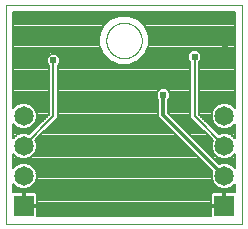
<source format=gbl>
G75*
%MOIN*%
%OFA0B0*%
%FSLAX25Y25*%
%IPPOS*%
%LPD*%
%AMOC8*
5,1,8,0,0,1.08239X$1,22.5*
%
%ADD10C,0.00000*%
%ADD11R,0.06500X0.06500*%
%ADD12C,0.06500*%
%ADD13C,0.00700*%
%ADD14C,0.02400*%
%ADD15C,0.00800*%
%ADD16C,0.01200*%
D10*
X0001750Y0001350D02*
X0001750Y0074185D01*
X0080490Y0074185D01*
X0080490Y0001350D01*
X0001750Y0001350D01*
X0035214Y0062374D02*
X0035216Y0062527D01*
X0035222Y0062681D01*
X0035232Y0062834D01*
X0035246Y0062986D01*
X0035264Y0063139D01*
X0035286Y0063290D01*
X0035311Y0063441D01*
X0035341Y0063592D01*
X0035375Y0063742D01*
X0035412Y0063890D01*
X0035453Y0064038D01*
X0035498Y0064184D01*
X0035547Y0064330D01*
X0035600Y0064474D01*
X0035656Y0064616D01*
X0035716Y0064757D01*
X0035780Y0064897D01*
X0035847Y0065035D01*
X0035918Y0065171D01*
X0035993Y0065305D01*
X0036070Y0065437D01*
X0036152Y0065567D01*
X0036236Y0065695D01*
X0036324Y0065821D01*
X0036415Y0065944D01*
X0036509Y0066065D01*
X0036607Y0066183D01*
X0036707Y0066299D01*
X0036811Y0066412D01*
X0036917Y0066523D01*
X0037026Y0066631D01*
X0037138Y0066736D01*
X0037252Y0066837D01*
X0037370Y0066936D01*
X0037489Y0067032D01*
X0037611Y0067125D01*
X0037736Y0067214D01*
X0037863Y0067301D01*
X0037992Y0067383D01*
X0038123Y0067463D01*
X0038256Y0067539D01*
X0038391Y0067612D01*
X0038528Y0067681D01*
X0038667Y0067746D01*
X0038807Y0067808D01*
X0038949Y0067866D01*
X0039092Y0067921D01*
X0039237Y0067972D01*
X0039383Y0068019D01*
X0039530Y0068062D01*
X0039678Y0068101D01*
X0039827Y0068137D01*
X0039977Y0068168D01*
X0040128Y0068196D01*
X0040279Y0068220D01*
X0040432Y0068240D01*
X0040584Y0068256D01*
X0040737Y0068268D01*
X0040890Y0068276D01*
X0041043Y0068280D01*
X0041197Y0068280D01*
X0041350Y0068276D01*
X0041503Y0068268D01*
X0041656Y0068256D01*
X0041808Y0068240D01*
X0041961Y0068220D01*
X0042112Y0068196D01*
X0042263Y0068168D01*
X0042413Y0068137D01*
X0042562Y0068101D01*
X0042710Y0068062D01*
X0042857Y0068019D01*
X0043003Y0067972D01*
X0043148Y0067921D01*
X0043291Y0067866D01*
X0043433Y0067808D01*
X0043573Y0067746D01*
X0043712Y0067681D01*
X0043849Y0067612D01*
X0043984Y0067539D01*
X0044117Y0067463D01*
X0044248Y0067383D01*
X0044377Y0067301D01*
X0044504Y0067214D01*
X0044629Y0067125D01*
X0044751Y0067032D01*
X0044870Y0066936D01*
X0044988Y0066837D01*
X0045102Y0066736D01*
X0045214Y0066631D01*
X0045323Y0066523D01*
X0045429Y0066412D01*
X0045533Y0066299D01*
X0045633Y0066183D01*
X0045731Y0066065D01*
X0045825Y0065944D01*
X0045916Y0065821D01*
X0046004Y0065695D01*
X0046088Y0065567D01*
X0046170Y0065437D01*
X0046247Y0065305D01*
X0046322Y0065171D01*
X0046393Y0065035D01*
X0046460Y0064897D01*
X0046524Y0064757D01*
X0046584Y0064616D01*
X0046640Y0064474D01*
X0046693Y0064330D01*
X0046742Y0064184D01*
X0046787Y0064038D01*
X0046828Y0063890D01*
X0046865Y0063742D01*
X0046899Y0063592D01*
X0046929Y0063441D01*
X0046954Y0063290D01*
X0046976Y0063139D01*
X0046994Y0062986D01*
X0047008Y0062834D01*
X0047018Y0062681D01*
X0047024Y0062527D01*
X0047026Y0062374D01*
X0047024Y0062221D01*
X0047018Y0062067D01*
X0047008Y0061914D01*
X0046994Y0061762D01*
X0046976Y0061609D01*
X0046954Y0061458D01*
X0046929Y0061307D01*
X0046899Y0061156D01*
X0046865Y0061006D01*
X0046828Y0060858D01*
X0046787Y0060710D01*
X0046742Y0060564D01*
X0046693Y0060418D01*
X0046640Y0060274D01*
X0046584Y0060132D01*
X0046524Y0059991D01*
X0046460Y0059851D01*
X0046393Y0059713D01*
X0046322Y0059577D01*
X0046247Y0059443D01*
X0046170Y0059311D01*
X0046088Y0059181D01*
X0046004Y0059053D01*
X0045916Y0058927D01*
X0045825Y0058804D01*
X0045731Y0058683D01*
X0045633Y0058565D01*
X0045533Y0058449D01*
X0045429Y0058336D01*
X0045323Y0058225D01*
X0045214Y0058117D01*
X0045102Y0058012D01*
X0044988Y0057911D01*
X0044870Y0057812D01*
X0044751Y0057716D01*
X0044629Y0057623D01*
X0044504Y0057534D01*
X0044377Y0057447D01*
X0044248Y0057365D01*
X0044117Y0057285D01*
X0043984Y0057209D01*
X0043849Y0057136D01*
X0043712Y0057067D01*
X0043573Y0057002D01*
X0043433Y0056940D01*
X0043291Y0056882D01*
X0043148Y0056827D01*
X0043003Y0056776D01*
X0042857Y0056729D01*
X0042710Y0056686D01*
X0042562Y0056647D01*
X0042413Y0056611D01*
X0042263Y0056580D01*
X0042112Y0056552D01*
X0041961Y0056528D01*
X0041808Y0056508D01*
X0041656Y0056492D01*
X0041503Y0056480D01*
X0041350Y0056472D01*
X0041197Y0056468D01*
X0041043Y0056468D01*
X0040890Y0056472D01*
X0040737Y0056480D01*
X0040584Y0056492D01*
X0040432Y0056508D01*
X0040279Y0056528D01*
X0040128Y0056552D01*
X0039977Y0056580D01*
X0039827Y0056611D01*
X0039678Y0056647D01*
X0039530Y0056686D01*
X0039383Y0056729D01*
X0039237Y0056776D01*
X0039092Y0056827D01*
X0038949Y0056882D01*
X0038807Y0056940D01*
X0038667Y0057002D01*
X0038528Y0057067D01*
X0038391Y0057136D01*
X0038256Y0057209D01*
X0038123Y0057285D01*
X0037992Y0057365D01*
X0037863Y0057447D01*
X0037736Y0057534D01*
X0037611Y0057623D01*
X0037489Y0057716D01*
X0037370Y0057812D01*
X0037252Y0057911D01*
X0037138Y0058012D01*
X0037026Y0058117D01*
X0036917Y0058225D01*
X0036811Y0058336D01*
X0036707Y0058449D01*
X0036607Y0058565D01*
X0036509Y0058683D01*
X0036415Y0058804D01*
X0036324Y0058927D01*
X0036236Y0059053D01*
X0036152Y0059181D01*
X0036070Y0059311D01*
X0035993Y0059443D01*
X0035918Y0059577D01*
X0035847Y0059713D01*
X0035780Y0059851D01*
X0035716Y0059991D01*
X0035656Y0060132D01*
X0035600Y0060274D01*
X0035547Y0060418D01*
X0035498Y0060564D01*
X0035453Y0060710D01*
X0035412Y0060858D01*
X0035375Y0061006D01*
X0035341Y0061156D01*
X0035311Y0061307D01*
X0035286Y0061458D01*
X0035264Y0061609D01*
X0035246Y0061762D01*
X0035232Y0061914D01*
X0035222Y0062067D01*
X0035216Y0062221D01*
X0035214Y0062374D01*
D11*
X0007656Y0007216D03*
X0074585Y0007216D03*
D12*
X0074585Y0017216D03*
X0074585Y0027216D03*
X0074585Y0037216D03*
X0007656Y0037216D03*
X0007656Y0027216D03*
X0007656Y0017216D03*
D13*
X0004568Y0020210D02*
X0004100Y0020210D01*
X0004100Y0019742D02*
X0004100Y0024691D01*
X0005220Y0023571D01*
X0006800Y0022916D01*
X0008511Y0022916D01*
X0010091Y0023571D01*
X0011301Y0024780D01*
X0011955Y0026361D01*
X0011955Y0028071D01*
X0011547Y0029057D01*
X0019000Y0036510D01*
X0019000Y0054018D01*
X0019800Y0054818D01*
X0019800Y0056682D01*
X0018482Y0058000D01*
X0016618Y0058000D01*
X0015300Y0056682D01*
X0015300Y0054818D01*
X0016100Y0054018D01*
X0016100Y0037711D01*
X0009497Y0031108D01*
X0008511Y0031516D01*
X0006800Y0031516D01*
X0005220Y0030861D01*
X0004100Y0029742D01*
X0004100Y0034691D01*
X0005220Y0033571D01*
X0006800Y0032916D01*
X0008511Y0032916D01*
X0010091Y0033571D01*
X0011301Y0034780D01*
X0011955Y0036361D01*
X0011955Y0038071D01*
X0011301Y0039652D01*
X0010091Y0040861D01*
X0008511Y0041516D01*
X0006800Y0041516D01*
X0005220Y0040861D01*
X0004100Y0039742D01*
X0004100Y0071835D01*
X0078140Y0071835D01*
X0078140Y0039742D01*
X0077020Y0040861D01*
X0075440Y0041516D01*
X0073729Y0041516D01*
X0072149Y0040861D01*
X0070939Y0039652D01*
X0070285Y0038071D01*
X0070285Y0036361D01*
X0070939Y0034780D01*
X0072149Y0033571D01*
X0073729Y0032916D01*
X0075440Y0032916D01*
X0077020Y0033571D01*
X0078140Y0034691D01*
X0078140Y0029742D01*
X0077020Y0030861D01*
X0075440Y0031516D01*
X0073729Y0031516D01*
X0072744Y0031108D01*
X0066100Y0037751D01*
X0066100Y0055118D01*
X0066900Y0055918D01*
X0066900Y0057782D01*
X0065582Y0059100D01*
X0063718Y0059100D01*
X0062400Y0057782D01*
X0062400Y0055918D01*
X0063200Y0055118D01*
X0063200Y0036550D01*
X0070693Y0029057D01*
X0070285Y0028071D01*
X0070285Y0026361D01*
X0070939Y0024780D01*
X0072149Y0023571D01*
X0073729Y0022916D01*
X0075440Y0022916D01*
X0077020Y0023571D01*
X0078140Y0024691D01*
X0078140Y0019742D01*
X0077020Y0020861D01*
X0075440Y0021516D01*
X0073729Y0021516D01*
X0072944Y0021191D01*
X0061850Y0032284D01*
X0055900Y0038234D01*
X0055900Y0042618D01*
X0056500Y0043218D01*
X0056500Y0045082D01*
X0055182Y0046400D01*
X0053318Y0046400D01*
X0052000Y0045082D01*
X0052000Y0043218D01*
X0052600Y0042618D01*
X0052600Y0036867D01*
X0059517Y0029950D01*
X0070610Y0018857D01*
X0070285Y0018071D01*
X0070285Y0016361D01*
X0070939Y0014780D01*
X0072149Y0013571D01*
X0073729Y0012916D01*
X0075440Y0012916D01*
X0077020Y0013571D01*
X0078140Y0014691D01*
X0078140Y0011782D01*
X0078012Y0011816D01*
X0074935Y0011816D01*
X0074935Y0007566D01*
X0074235Y0007566D01*
X0074235Y0011816D01*
X0071157Y0011816D01*
X0070814Y0011724D01*
X0070506Y0011546D01*
X0070254Y0011295D01*
X0070077Y0010987D01*
X0069985Y0010644D01*
X0069985Y0007566D01*
X0074235Y0007566D01*
X0074235Y0006866D01*
X0069985Y0006866D01*
X0069985Y0003788D01*
X0070008Y0003700D01*
X0012232Y0003700D01*
X0012255Y0003788D01*
X0012255Y0006866D01*
X0008006Y0006866D01*
X0008006Y0007566D01*
X0012255Y0007566D01*
X0012255Y0010644D01*
X0012163Y0010987D01*
X0011986Y0011295D01*
X0011734Y0011546D01*
X0011427Y0011724D01*
X0011083Y0011816D01*
X0008005Y0011816D01*
X0008005Y0007566D01*
X0007306Y0007566D01*
X0007306Y0011816D01*
X0004228Y0011816D01*
X0004100Y0011782D01*
X0004100Y0014691D01*
X0005220Y0013571D01*
X0006800Y0012916D01*
X0008511Y0012916D01*
X0010091Y0013571D01*
X0011301Y0014780D01*
X0011955Y0016361D01*
X0011955Y0018071D01*
X0011301Y0019652D01*
X0010091Y0020861D01*
X0008511Y0021516D01*
X0006800Y0021516D01*
X0005220Y0020861D01*
X0004100Y0019742D01*
X0004100Y0020908D02*
X0005333Y0020908D01*
X0004100Y0021607D02*
X0067860Y0021607D01*
X0067162Y0022305D02*
X0004100Y0022305D01*
X0004100Y0023004D02*
X0006588Y0023004D01*
X0005088Y0023702D02*
X0004100Y0023702D01*
X0004100Y0024401D02*
X0004390Y0024401D01*
X0008723Y0023004D02*
X0066463Y0023004D01*
X0065765Y0023702D02*
X0010223Y0023702D01*
X0010921Y0024401D02*
X0065066Y0024401D01*
X0064368Y0025099D02*
X0011433Y0025099D01*
X0011722Y0025798D02*
X0063669Y0025798D01*
X0062971Y0026496D02*
X0011955Y0026496D01*
X0011955Y0027195D02*
X0062272Y0027195D01*
X0061574Y0027893D02*
X0011955Y0027893D01*
X0011740Y0028592D02*
X0060875Y0028592D01*
X0060177Y0029290D02*
X0011780Y0029290D01*
X0012479Y0029989D02*
X0059478Y0029989D01*
X0058780Y0030687D02*
X0013177Y0030687D01*
X0013876Y0031386D02*
X0058081Y0031386D01*
X0057383Y0032084D02*
X0014574Y0032084D01*
X0015273Y0032783D02*
X0056684Y0032783D01*
X0055986Y0033482D02*
X0015971Y0033482D01*
X0016670Y0034180D02*
X0055287Y0034180D01*
X0054589Y0034879D02*
X0017369Y0034879D01*
X0018067Y0035577D02*
X0053890Y0035577D01*
X0053192Y0036276D02*
X0018766Y0036276D01*
X0019000Y0036974D02*
X0052600Y0036974D01*
X0052600Y0037673D02*
X0019000Y0037673D01*
X0019000Y0038371D02*
X0052600Y0038371D01*
X0052600Y0039070D02*
X0019000Y0039070D01*
X0019000Y0039768D02*
X0052600Y0039768D01*
X0052600Y0040467D02*
X0019000Y0040467D01*
X0019000Y0041165D02*
X0052600Y0041165D01*
X0052600Y0041864D02*
X0019000Y0041864D01*
X0019000Y0042562D02*
X0052600Y0042562D01*
X0052000Y0043261D02*
X0019000Y0043261D01*
X0019000Y0043959D02*
X0052000Y0043959D01*
X0052000Y0044658D02*
X0019000Y0044658D01*
X0019000Y0045356D02*
X0052274Y0045356D01*
X0052973Y0046055D02*
X0019000Y0046055D01*
X0019000Y0046753D02*
X0063200Y0046753D01*
X0063200Y0046055D02*
X0055527Y0046055D01*
X0056226Y0045356D02*
X0063200Y0045356D01*
X0063200Y0044658D02*
X0056500Y0044658D01*
X0056500Y0043959D02*
X0063200Y0043959D01*
X0063200Y0043261D02*
X0056500Y0043261D01*
X0055900Y0042562D02*
X0063200Y0042562D01*
X0063200Y0041864D02*
X0055900Y0041864D01*
X0055900Y0041165D02*
X0063200Y0041165D01*
X0063200Y0040467D02*
X0055900Y0040467D01*
X0055900Y0039768D02*
X0063200Y0039768D01*
X0063200Y0039070D02*
X0055900Y0039070D01*
X0055900Y0038371D02*
X0063200Y0038371D01*
X0063200Y0037673D02*
X0056462Y0037673D01*
X0057160Y0036974D02*
X0063200Y0036974D01*
X0063475Y0036276D02*
X0057859Y0036276D01*
X0058557Y0035577D02*
X0064173Y0035577D01*
X0064872Y0034879D02*
X0059256Y0034879D01*
X0059954Y0034180D02*
X0065570Y0034180D01*
X0066269Y0033482D02*
X0060653Y0033482D01*
X0061351Y0032783D02*
X0066967Y0032783D01*
X0067666Y0032084D02*
X0062050Y0032084D01*
X0062748Y0031386D02*
X0068364Y0031386D01*
X0069063Y0030687D02*
X0063447Y0030687D01*
X0064145Y0029989D02*
X0069761Y0029989D01*
X0070460Y0029290D02*
X0064844Y0029290D01*
X0065542Y0028592D02*
X0070500Y0028592D01*
X0070285Y0027893D02*
X0066241Y0027893D01*
X0066939Y0027195D02*
X0070285Y0027195D01*
X0070285Y0026496D02*
X0067638Y0026496D01*
X0068336Y0025798D02*
X0070518Y0025798D01*
X0070807Y0025099D02*
X0069035Y0025099D01*
X0069733Y0024401D02*
X0071319Y0024401D01*
X0072017Y0023702D02*
X0070432Y0023702D01*
X0071130Y0023004D02*
X0073518Y0023004D01*
X0072527Y0021607D02*
X0078140Y0021607D01*
X0078140Y0022305D02*
X0071829Y0022305D01*
X0069258Y0020210D02*
X0010743Y0020210D01*
X0011359Y0019511D02*
X0069956Y0019511D01*
X0070592Y0018813D02*
X0011648Y0018813D01*
X0011938Y0018114D02*
X0070302Y0018114D01*
X0070285Y0017416D02*
X0011955Y0017416D01*
X0011955Y0016717D02*
X0070285Y0016717D01*
X0070426Y0016019D02*
X0011814Y0016019D01*
X0011524Y0015320D02*
X0070716Y0015320D01*
X0071098Y0014622D02*
X0011142Y0014622D01*
X0010444Y0013923D02*
X0071796Y0013923D01*
X0072984Y0013225D02*
X0009256Y0013225D01*
X0008005Y0011129D02*
X0007306Y0011129D01*
X0007306Y0010431D02*
X0008005Y0010431D01*
X0008005Y0009732D02*
X0007306Y0009732D01*
X0007306Y0009034D02*
X0008005Y0009034D01*
X0008005Y0008335D02*
X0007306Y0008335D01*
X0007306Y0007637D02*
X0008005Y0007637D01*
X0008006Y0006938D02*
X0074235Y0006938D01*
X0074235Y0007637D02*
X0074935Y0007637D01*
X0074935Y0008335D02*
X0074235Y0008335D01*
X0074235Y0009034D02*
X0074935Y0009034D01*
X0074935Y0009732D02*
X0074235Y0009732D01*
X0074235Y0010431D02*
X0074935Y0010431D01*
X0074935Y0011129D02*
X0074235Y0011129D01*
X0076185Y0013225D02*
X0078140Y0013225D01*
X0078140Y0013923D02*
X0077373Y0013923D01*
X0078071Y0014622D02*
X0078140Y0014622D01*
X0078140Y0012526D02*
X0004100Y0012526D01*
X0004100Y0011828D02*
X0078140Y0011828D01*
X0078140Y0020210D02*
X0077672Y0020210D01*
X0078140Y0020908D02*
X0076907Y0020908D01*
X0078140Y0023004D02*
X0075652Y0023004D01*
X0077152Y0023702D02*
X0078140Y0023702D01*
X0078140Y0024401D02*
X0077850Y0024401D01*
X0077893Y0029989D02*
X0078140Y0029989D01*
X0078140Y0030687D02*
X0077194Y0030687D01*
X0078140Y0031386D02*
X0075754Y0031386D01*
X0076805Y0033482D02*
X0078140Y0033482D01*
X0078140Y0034180D02*
X0077630Y0034180D01*
X0078140Y0032783D02*
X0071068Y0032783D01*
X0070370Y0033482D02*
X0072364Y0033482D01*
X0071540Y0034180D02*
X0069671Y0034180D01*
X0068973Y0034879D02*
X0070899Y0034879D01*
X0070609Y0035577D02*
X0068274Y0035577D01*
X0067576Y0036276D02*
X0070320Y0036276D01*
X0070285Y0036974D02*
X0066877Y0036974D01*
X0066179Y0037673D02*
X0070285Y0037673D01*
X0070409Y0038371D02*
X0066100Y0038371D01*
X0066100Y0039070D02*
X0070698Y0039070D01*
X0071056Y0039768D02*
X0066100Y0039768D01*
X0066100Y0040467D02*
X0071754Y0040467D01*
X0072882Y0041165D02*
X0066100Y0041165D01*
X0066100Y0041864D02*
X0078140Y0041864D01*
X0078140Y0042562D02*
X0066100Y0042562D01*
X0066100Y0043261D02*
X0078140Y0043261D01*
X0078140Y0043959D02*
X0066100Y0043959D01*
X0066100Y0044658D02*
X0078140Y0044658D01*
X0078140Y0045356D02*
X0066100Y0045356D01*
X0066100Y0046055D02*
X0078140Y0046055D01*
X0078140Y0046753D02*
X0066100Y0046753D01*
X0066100Y0047452D02*
X0078140Y0047452D01*
X0078140Y0048150D02*
X0066100Y0048150D01*
X0066100Y0048849D02*
X0078140Y0048849D01*
X0078140Y0049547D02*
X0066100Y0049547D01*
X0066100Y0050246D02*
X0078140Y0050246D01*
X0078140Y0050944D02*
X0066100Y0050944D01*
X0066100Y0051643D02*
X0078140Y0051643D01*
X0078140Y0052341D02*
X0066100Y0052341D01*
X0066100Y0053040D02*
X0078140Y0053040D01*
X0078140Y0053738D02*
X0066100Y0053738D01*
X0066100Y0054437D02*
X0078140Y0054437D01*
X0078140Y0055135D02*
X0066117Y0055135D01*
X0066816Y0055834D02*
X0078140Y0055834D01*
X0078140Y0056532D02*
X0066900Y0056532D01*
X0066900Y0057231D02*
X0078140Y0057231D01*
X0078140Y0057929D02*
X0066753Y0057929D01*
X0066054Y0058628D02*
X0078140Y0058628D01*
X0078140Y0059326D02*
X0048794Y0059326D01*
X0048504Y0058628D02*
X0063246Y0058628D01*
X0062547Y0057929D02*
X0048215Y0057929D01*
X0048119Y0057697D02*
X0049376Y0060731D01*
X0049376Y0064016D01*
X0048119Y0067050D01*
X0045796Y0069372D01*
X0042762Y0070629D01*
X0039478Y0070629D01*
X0036444Y0069372D01*
X0034121Y0067050D01*
X0032865Y0064016D01*
X0032865Y0060731D01*
X0034121Y0057697D01*
X0036444Y0055375D01*
X0039478Y0054118D01*
X0042762Y0054118D01*
X0045796Y0055375D01*
X0048119Y0057697D01*
X0047652Y0057231D02*
X0062400Y0057231D01*
X0062400Y0056532D02*
X0046954Y0056532D01*
X0046255Y0055834D02*
X0062484Y0055834D01*
X0063183Y0055135D02*
X0045218Y0055135D01*
X0043532Y0054437D02*
X0063200Y0054437D01*
X0063200Y0053738D02*
X0019000Y0053738D01*
X0019000Y0053040D02*
X0063200Y0053040D01*
X0063200Y0052341D02*
X0019000Y0052341D01*
X0019000Y0051643D02*
X0063200Y0051643D01*
X0063200Y0050944D02*
X0019000Y0050944D01*
X0019000Y0050246D02*
X0063200Y0050246D01*
X0063200Y0049547D02*
X0019000Y0049547D01*
X0019000Y0048849D02*
X0063200Y0048849D01*
X0063200Y0048150D02*
X0019000Y0048150D01*
X0019000Y0047452D02*
X0063200Y0047452D01*
X0076287Y0041165D02*
X0078140Y0041165D01*
X0078140Y0040467D02*
X0077415Y0040467D01*
X0078114Y0039768D02*
X0078140Y0039768D01*
X0078140Y0032084D02*
X0071767Y0032084D01*
X0072465Y0031386D02*
X0073415Y0031386D01*
X0068559Y0020908D02*
X0009978Y0020908D01*
X0004169Y0014622D02*
X0004100Y0014622D01*
X0004100Y0013923D02*
X0004867Y0013923D01*
X0004100Y0013225D02*
X0006055Y0013225D01*
X0012082Y0011129D02*
X0070159Y0011129D01*
X0069985Y0010431D02*
X0012255Y0010431D01*
X0012255Y0009732D02*
X0069985Y0009732D01*
X0069985Y0009034D02*
X0012255Y0009034D01*
X0012255Y0008335D02*
X0069985Y0008335D01*
X0069985Y0007637D02*
X0012255Y0007637D01*
X0012255Y0006240D02*
X0069985Y0006240D01*
X0069985Y0005541D02*
X0012255Y0005541D01*
X0012255Y0004843D02*
X0069985Y0004843D01*
X0069985Y0004144D02*
X0012255Y0004144D01*
X0004347Y0029989D02*
X0004100Y0029989D01*
X0004100Y0030687D02*
X0005046Y0030687D01*
X0004100Y0031386D02*
X0006486Y0031386D01*
X0005435Y0033482D02*
X0004100Y0033482D01*
X0004100Y0034180D02*
X0004610Y0034180D01*
X0004100Y0032783D02*
X0011172Y0032783D01*
X0011870Y0033482D02*
X0009876Y0033482D01*
X0010701Y0034180D02*
X0012569Y0034180D01*
X0013267Y0034879D02*
X0011342Y0034879D01*
X0011631Y0035577D02*
X0013966Y0035577D01*
X0014664Y0036276D02*
X0011920Y0036276D01*
X0011955Y0036974D02*
X0015363Y0036974D01*
X0016061Y0037673D02*
X0011955Y0037673D01*
X0011831Y0038371D02*
X0016100Y0038371D01*
X0016100Y0039070D02*
X0011542Y0039070D01*
X0011185Y0039768D02*
X0016100Y0039768D01*
X0016100Y0040467D02*
X0010486Y0040467D01*
X0009358Y0041165D02*
X0016100Y0041165D01*
X0016100Y0041864D02*
X0004100Y0041864D01*
X0004100Y0042562D02*
X0016100Y0042562D01*
X0016100Y0043261D02*
X0004100Y0043261D01*
X0004100Y0043959D02*
X0016100Y0043959D01*
X0016100Y0044658D02*
X0004100Y0044658D01*
X0004100Y0045356D02*
X0016100Y0045356D01*
X0016100Y0046055D02*
X0004100Y0046055D01*
X0004100Y0046753D02*
X0016100Y0046753D01*
X0016100Y0047452D02*
X0004100Y0047452D01*
X0004100Y0048150D02*
X0016100Y0048150D01*
X0016100Y0048849D02*
X0004100Y0048849D01*
X0004100Y0049547D02*
X0016100Y0049547D01*
X0016100Y0050246D02*
X0004100Y0050246D01*
X0004100Y0050944D02*
X0016100Y0050944D01*
X0016100Y0051643D02*
X0004100Y0051643D01*
X0004100Y0052341D02*
X0016100Y0052341D01*
X0016100Y0053040D02*
X0004100Y0053040D01*
X0004100Y0053738D02*
X0016100Y0053738D01*
X0015681Y0054437D02*
X0004100Y0054437D01*
X0004100Y0055135D02*
X0015300Y0055135D01*
X0015300Y0055834D02*
X0004100Y0055834D01*
X0004100Y0056532D02*
X0015300Y0056532D01*
X0015849Y0057231D02*
X0004100Y0057231D01*
X0004100Y0057929D02*
X0016547Y0057929D01*
X0018553Y0057929D02*
X0034025Y0057929D01*
X0033736Y0058628D02*
X0004100Y0058628D01*
X0004100Y0059326D02*
X0033447Y0059326D01*
X0033157Y0060025D02*
X0004100Y0060025D01*
X0004100Y0060723D02*
X0032868Y0060723D01*
X0032865Y0061422D02*
X0004100Y0061422D01*
X0004100Y0062120D02*
X0032865Y0062120D01*
X0032865Y0062819D02*
X0004100Y0062819D01*
X0004100Y0063518D02*
X0032865Y0063518D01*
X0032948Y0064216D02*
X0004100Y0064216D01*
X0004100Y0064915D02*
X0033237Y0064915D01*
X0033526Y0065613D02*
X0004100Y0065613D01*
X0004100Y0066312D02*
X0033816Y0066312D01*
X0034105Y0067010D02*
X0004100Y0067010D01*
X0004100Y0067709D02*
X0034780Y0067709D01*
X0035478Y0068407D02*
X0004100Y0068407D01*
X0004100Y0069106D02*
X0036177Y0069106D01*
X0037486Y0069804D02*
X0004100Y0069804D01*
X0004100Y0070503D02*
X0039173Y0070503D01*
X0043068Y0070503D02*
X0078140Y0070503D01*
X0078140Y0071201D02*
X0004100Y0071201D01*
X0019251Y0057231D02*
X0034588Y0057231D01*
X0035286Y0056532D02*
X0019800Y0056532D01*
X0019800Y0055834D02*
X0035985Y0055834D01*
X0037022Y0055135D02*
X0019800Y0055135D01*
X0019419Y0054437D02*
X0038708Y0054437D01*
X0049083Y0060025D02*
X0078140Y0060025D01*
X0078140Y0060723D02*
X0049372Y0060723D01*
X0049376Y0061422D02*
X0078140Y0061422D01*
X0078140Y0062120D02*
X0049376Y0062120D01*
X0049376Y0062819D02*
X0078140Y0062819D01*
X0078140Y0063518D02*
X0049376Y0063518D01*
X0049293Y0064216D02*
X0078140Y0064216D01*
X0078140Y0064915D02*
X0049003Y0064915D01*
X0048714Y0065613D02*
X0078140Y0065613D01*
X0078140Y0066312D02*
X0048425Y0066312D01*
X0048135Y0067010D02*
X0078140Y0067010D01*
X0078140Y0067709D02*
X0047460Y0067709D01*
X0046762Y0068407D02*
X0078140Y0068407D01*
X0078140Y0069106D02*
X0046063Y0069106D01*
X0044754Y0069804D02*
X0078140Y0069804D01*
X0010473Y0032084D02*
X0004100Y0032084D01*
X0008825Y0031386D02*
X0009775Y0031386D01*
X0004126Y0039768D02*
X0004100Y0039768D01*
X0004100Y0040467D02*
X0004825Y0040467D01*
X0004100Y0041165D02*
X0005953Y0041165D01*
D14*
X0005050Y0032350D03*
X0010750Y0022350D03*
X0030750Y0029350D03*
X0037750Y0033950D03*
X0024750Y0048350D03*
X0017550Y0055750D03*
X0054250Y0044150D03*
X0064650Y0056850D03*
X0074650Y0060450D03*
X0074650Y0063550D03*
X0076750Y0032350D03*
X0076750Y0022350D03*
X0047250Y0018850D03*
D15*
X0064650Y0037151D02*
X0074585Y0027216D01*
X0064650Y0037151D02*
X0064650Y0056850D01*
X0017550Y0055750D02*
X0017550Y0037111D01*
X0007656Y0027216D01*
D16*
X0054250Y0037551D02*
X0060200Y0031600D01*
X0074585Y0017216D01*
X0054250Y0037551D02*
X0054250Y0044150D01*
M02*

</source>
